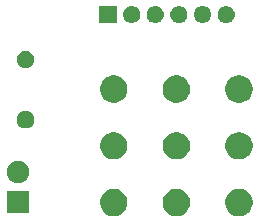
<source format=gbr>
G04 #@! TF.GenerationSoftware,KiCad,Pcbnew,(5.1.2-1)-1*
G04 #@! TF.CreationDate,2019-05-16T16:36:24-07:00*
G04 #@! TF.ProjectId,ButtonBoard,42757474-6f6e-4426-9f61-72642e6b6963,rev?*
G04 #@! TF.SameCoordinates,Original*
G04 #@! TF.FileFunction,Soldermask,Bot*
G04 #@! TF.FilePolarity,Negative*
%FSLAX46Y46*%
G04 Gerber Fmt 4.6, Leading zero omitted, Abs format (unit mm)*
G04 Created by KiCad (PCBNEW (5.1.2-1)-1) date 2019-05-16 16:36:24*
%MOMM*%
%LPD*%
G04 APERTURE LIST*
%ADD10C,0.100000*%
G04 APERTURE END LIST*
D10*
G36*
X93338651Y-63688616D02*
G01*
X93549940Y-63776135D01*
X93740095Y-63903192D01*
X93901808Y-64064905D01*
X94028865Y-64255060D01*
X94116384Y-64466349D01*
X94161000Y-64690651D01*
X94161000Y-64919349D01*
X94116384Y-65143651D01*
X94028865Y-65354940D01*
X93901808Y-65545095D01*
X93740095Y-65706808D01*
X93549940Y-65833865D01*
X93338651Y-65921384D01*
X93114349Y-65966000D01*
X92885651Y-65966000D01*
X92661349Y-65921384D01*
X92450060Y-65833865D01*
X92259905Y-65706808D01*
X92098192Y-65545095D01*
X91971135Y-65354940D01*
X91883616Y-65143651D01*
X91839000Y-64919349D01*
X91839000Y-64690651D01*
X91883616Y-64466349D01*
X91971135Y-64255060D01*
X92098192Y-64064905D01*
X92259905Y-63903192D01*
X92450060Y-63776135D01*
X92661349Y-63688616D01*
X92885651Y-63644000D01*
X93114349Y-63644000D01*
X93338651Y-63688616D01*
X93338651Y-63688616D01*
G37*
G36*
X88038651Y-63688616D02*
G01*
X88249940Y-63776135D01*
X88440095Y-63903192D01*
X88601808Y-64064905D01*
X88728865Y-64255060D01*
X88816384Y-64466349D01*
X88861000Y-64690651D01*
X88861000Y-64919349D01*
X88816384Y-65143651D01*
X88728865Y-65354940D01*
X88601808Y-65545095D01*
X88440095Y-65706808D01*
X88249940Y-65833865D01*
X88038651Y-65921384D01*
X87814349Y-65966000D01*
X87585651Y-65966000D01*
X87361349Y-65921384D01*
X87150060Y-65833865D01*
X86959905Y-65706808D01*
X86798192Y-65545095D01*
X86671135Y-65354940D01*
X86583616Y-65143651D01*
X86539000Y-64919349D01*
X86539000Y-64690651D01*
X86583616Y-64466349D01*
X86671135Y-64255060D01*
X86798192Y-64064905D01*
X86959905Y-63903192D01*
X87150060Y-63776135D01*
X87361349Y-63688616D01*
X87585651Y-63644000D01*
X87814349Y-63644000D01*
X88038651Y-63688616D01*
X88038651Y-63688616D01*
G37*
G36*
X82738651Y-63688616D02*
G01*
X82949940Y-63776135D01*
X83140095Y-63903192D01*
X83301808Y-64064905D01*
X83428865Y-64255060D01*
X83516384Y-64466349D01*
X83561000Y-64690651D01*
X83561000Y-64919349D01*
X83516384Y-65143651D01*
X83428865Y-65354940D01*
X83301808Y-65545095D01*
X83140095Y-65706808D01*
X82949940Y-65833865D01*
X82738651Y-65921384D01*
X82514349Y-65966000D01*
X82285651Y-65966000D01*
X82061349Y-65921384D01*
X81850060Y-65833865D01*
X81659905Y-65706808D01*
X81498192Y-65545095D01*
X81371135Y-65354940D01*
X81283616Y-65143651D01*
X81239000Y-64919349D01*
X81239000Y-64690651D01*
X81283616Y-64466349D01*
X81371135Y-64255060D01*
X81498192Y-64064905D01*
X81659905Y-63903192D01*
X81850060Y-63776135D01*
X82061349Y-63688616D01*
X82285651Y-63644000D01*
X82514349Y-63644000D01*
X82738651Y-63688616D01*
X82738651Y-63688616D01*
G37*
G36*
X75246000Y-65721000D02*
G01*
X73344000Y-65721000D01*
X73344000Y-63819000D01*
X75246000Y-63819000D01*
X75246000Y-65721000D01*
X75246000Y-65721000D01*
G37*
G36*
X74572395Y-61315546D02*
G01*
X74745466Y-61387234D01*
X74745467Y-61387235D01*
X74901227Y-61491310D01*
X75033690Y-61623773D01*
X75033691Y-61623775D01*
X75137766Y-61779534D01*
X75209454Y-61952605D01*
X75246000Y-62136333D01*
X75246000Y-62323667D01*
X75209454Y-62507395D01*
X75137766Y-62680466D01*
X75137765Y-62680467D01*
X75033690Y-62836227D01*
X74901227Y-62968690D01*
X74822818Y-63021081D01*
X74745466Y-63072766D01*
X74572395Y-63144454D01*
X74388667Y-63181000D01*
X74201333Y-63181000D01*
X74017605Y-63144454D01*
X73844534Y-63072766D01*
X73767182Y-63021081D01*
X73688773Y-62968690D01*
X73556310Y-62836227D01*
X73452235Y-62680467D01*
X73452234Y-62680466D01*
X73380546Y-62507395D01*
X73344000Y-62323667D01*
X73344000Y-62136333D01*
X73380546Y-61952605D01*
X73452234Y-61779534D01*
X73556309Y-61623775D01*
X73556310Y-61623773D01*
X73688773Y-61491310D01*
X73844533Y-61387235D01*
X73844534Y-61387234D01*
X74017605Y-61315546D01*
X74201333Y-61279000D01*
X74388667Y-61279000D01*
X74572395Y-61315546D01*
X74572395Y-61315546D01*
G37*
G36*
X82738651Y-58888616D02*
G01*
X82949940Y-58976135D01*
X83140095Y-59103192D01*
X83301808Y-59264905D01*
X83428865Y-59455060D01*
X83516384Y-59666349D01*
X83561000Y-59890651D01*
X83561000Y-60119349D01*
X83516384Y-60343651D01*
X83428865Y-60554940D01*
X83301808Y-60745095D01*
X83140095Y-60906808D01*
X82949940Y-61033865D01*
X82738651Y-61121384D01*
X82514349Y-61166000D01*
X82285651Y-61166000D01*
X82061349Y-61121384D01*
X81850060Y-61033865D01*
X81659905Y-60906808D01*
X81498192Y-60745095D01*
X81371135Y-60554940D01*
X81283616Y-60343651D01*
X81239000Y-60119349D01*
X81239000Y-59890651D01*
X81283616Y-59666349D01*
X81371135Y-59455060D01*
X81498192Y-59264905D01*
X81659905Y-59103192D01*
X81850060Y-58976135D01*
X82061349Y-58888616D01*
X82285651Y-58844000D01*
X82514349Y-58844000D01*
X82738651Y-58888616D01*
X82738651Y-58888616D01*
G37*
G36*
X93338651Y-58888616D02*
G01*
X93549940Y-58976135D01*
X93740095Y-59103192D01*
X93901808Y-59264905D01*
X94028865Y-59455060D01*
X94116384Y-59666349D01*
X94161000Y-59890651D01*
X94161000Y-60119349D01*
X94116384Y-60343651D01*
X94028865Y-60554940D01*
X93901808Y-60745095D01*
X93740095Y-60906808D01*
X93549940Y-61033865D01*
X93338651Y-61121384D01*
X93114349Y-61166000D01*
X92885651Y-61166000D01*
X92661349Y-61121384D01*
X92450060Y-61033865D01*
X92259905Y-60906808D01*
X92098192Y-60745095D01*
X91971135Y-60554940D01*
X91883616Y-60343651D01*
X91839000Y-60119349D01*
X91839000Y-59890651D01*
X91883616Y-59666349D01*
X91971135Y-59455060D01*
X92098192Y-59264905D01*
X92259905Y-59103192D01*
X92450060Y-58976135D01*
X92661349Y-58888616D01*
X92885651Y-58844000D01*
X93114349Y-58844000D01*
X93338651Y-58888616D01*
X93338651Y-58888616D01*
G37*
G36*
X88038651Y-58888616D02*
G01*
X88249940Y-58976135D01*
X88440095Y-59103192D01*
X88601808Y-59264905D01*
X88728865Y-59455060D01*
X88816384Y-59666349D01*
X88861000Y-59890651D01*
X88861000Y-60119349D01*
X88816384Y-60343651D01*
X88728865Y-60554940D01*
X88601808Y-60745095D01*
X88440095Y-60906808D01*
X88249940Y-61033865D01*
X88038651Y-61121384D01*
X87814349Y-61166000D01*
X87585651Y-61166000D01*
X87361349Y-61121384D01*
X87150060Y-61033865D01*
X86959905Y-60906808D01*
X86798192Y-60745095D01*
X86671135Y-60554940D01*
X86583616Y-60343651D01*
X86539000Y-60119349D01*
X86539000Y-59890651D01*
X86583616Y-59666349D01*
X86671135Y-59455060D01*
X86798192Y-59264905D01*
X86959905Y-59103192D01*
X87150060Y-58976135D01*
X87361349Y-58888616D01*
X87585651Y-58844000D01*
X87814349Y-58844000D01*
X88038651Y-58888616D01*
X88038651Y-58888616D01*
G37*
G36*
X75003665Y-57037622D02*
G01*
X75077222Y-57044867D01*
X75218786Y-57087810D01*
X75349252Y-57157546D01*
X75379040Y-57181992D01*
X75463607Y-57251393D01*
X75533008Y-57335960D01*
X75557454Y-57365748D01*
X75627190Y-57496214D01*
X75670133Y-57637778D01*
X75684633Y-57785000D01*
X75670133Y-57932222D01*
X75627190Y-58073786D01*
X75557454Y-58204252D01*
X75533008Y-58234040D01*
X75463607Y-58318607D01*
X75379040Y-58388008D01*
X75349252Y-58412454D01*
X75218786Y-58482190D01*
X75077222Y-58525133D01*
X75003665Y-58532378D01*
X74966888Y-58536000D01*
X74893112Y-58536000D01*
X74856335Y-58532378D01*
X74782778Y-58525133D01*
X74641214Y-58482190D01*
X74510748Y-58412454D01*
X74480960Y-58388008D01*
X74396393Y-58318607D01*
X74326992Y-58234040D01*
X74302546Y-58204252D01*
X74232810Y-58073786D01*
X74189867Y-57932222D01*
X74175367Y-57785000D01*
X74189867Y-57637778D01*
X74232810Y-57496214D01*
X74302546Y-57365748D01*
X74326992Y-57335960D01*
X74396393Y-57251393D01*
X74480960Y-57181992D01*
X74510748Y-57157546D01*
X74641214Y-57087810D01*
X74782778Y-57044867D01*
X74856335Y-57037622D01*
X74893112Y-57034000D01*
X74966888Y-57034000D01*
X75003665Y-57037622D01*
X75003665Y-57037622D01*
G37*
G36*
X93338651Y-54088616D02*
G01*
X93549940Y-54176135D01*
X93740095Y-54303192D01*
X93901808Y-54464905D01*
X94028865Y-54655060D01*
X94116384Y-54866349D01*
X94161000Y-55090651D01*
X94161000Y-55319349D01*
X94116384Y-55543651D01*
X94028865Y-55754940D01*
X93901808Y-55945095D01*
X93740095Y-56106808D01*
X93549940Y-56233865D01*
X93338651Y-56321384D01*
X93114349Y-56366000D01*
X92885651Y-56366000D01*
X92661349Y-56321384D01*
X92450060Y-56233865D01*
X92259905Y-56106808D01*
X92098192Y-55945095D01*
X91971135Y-55754940D01*
X91883616Y-55543651D01*
X91839000Y-55319349D01*
X91839000Y-55090651D01*
X91883616Y-54866349D01*
X91971135Y-54655060D01*
X92098192Y-54464905D01*
X92259905Y-54303192D01*
X92450060Y-54176135D01*
X92661349Y-54088616D01*
X92885651Y-54044000D01*
X93114349Y-54044000D01*
X93338651Y-54088616D01*
X93338651Y-54088616D01*
G37*
G36*
X88038651Y-54088616D02*
G01*
X88249940Y-54176135D01*
X88440095Y-54303192D01*
X88601808Y-54464905D01*
X88728865Y-54655060D01*
X88816384Y-54866349D01*
X88861000Y-55090651D01*
X88861000Y-55319349D01*
X88816384Y-55543651D01*
X88728865Y-55754940D01*
X88601808Y-55945095D01*
X88440095Y-56106808D01*
X88249940Y-56233865D01*
X88038651Y-56321384D01*
X87814349Y-56366000D01*
X87585651Y-56366000D01*
X87361349Y-56321384D01*
X87150060Y-56233865D01*
X86959905Y-56106808D01*
X86798192Y-55945095D01*
X86671135Y-55754940D01*
X86583616Y-55543651D01*
X86539000Y-55319349D01*
X86539000Y-55090651D01*
X86583616Y-54866349D01*
X86671135Y-54655060D01*
X86798192Y-54464905D01*
X86959905Y-54303192D01*
X87150060Y-54176135D01*
X87361349Y-54088616D01*
X87585651Y-54044000D01*
X87814349Y-54044000D01*
X88038651Y-54088616D01*
X88038651Y-54088616D01*
G37*
G36*
X82738651Y-54088616D02*
G01*
X82949940Y-54176135D01*
X83140095Y-54303192D01*
X83301808Y-54464905D01*
X83428865Y-54655060D01*
X83516384Y-54866349D01*
X83561000Y-55090651D01*
X83561000Y-55319349D01*
X83516384Y-55543651D01*
X83428865Y-55754940D01*
X83301808Y-55945095D01*
X83140095Y-56106808D01*
X82949940Y-56233865D01*
X82738651Y-56321384D01*
X82514349Y-56366000D01*
X82285651Y-56366000D01*
X82061349Y-56321384D01*
X81850060Y-56233865D01*
X81659905Y-56106808D01*
X81498192Y-55945095D01*
X81371135Y-55754940D01*
X81283616Y-55543651D01*
X81239000Y-55319349D01*
X81239000Y-55090651D01*
X81283616Y-54866349D01*
X81371135Y-54655060D01*
X81498192Y-54464905D01*
X81659905Y-54303192D01*
X81850060Y-54176135D01*
X82061349Y-54088616D01*
X82285651Y-54044000D01*
X82514349Y-54044000D01*
X82738651Y-54088616D01*
X82738651Y-54088616D01*
G37*
G36*
X75149059Y-51982860D02*
G01*
X75285732Y-52039472D01*
X75408735Y-52121660D01*
X75513340Y-52226265D01*
X75595528Y-52349268D01*
X75652140Y-52485941D01*
X75681000Y-52631033D01*
X75681000Y-52778967D01*
X75652140Y-52924059D01*
X75595528Y-53060732D01*
X75513340Y-53183735D01*
X75408735Y-53288340D01*
X75285732Y-53370528D01*
X75285731Y-53370529D01*
X75285730Y-53370529D01*
X75149059Y-53427140D01*
X75003968Y-53456000D01*
X74856032Y-53456000D01*
X74710941Y-53427140D01*
X74574270Y-53370529D01*
X74574269Y-53370529D01*
X74574268Y-53370528D01*
X74451265Y-53288340D01*
X74346660Y-53183735D01*
X74264472Y-53060732D01*
X74207860Y-52924059D01*
X74179000Y-52778967D01*
X74179000Y-52631033D01*
X74207860Y-52485941D01*
X74264472Y-52349268D01*
X74346660Y-52226265D01*
X74451265Y-52121660D01*
X74574268Y-52039472D01*
X74710941Y-51982860D01*
X74856032Y-51954000D01*
X75003968Y-51954000D01*
X75149059Y-51982860D01*
X75149059Y-51982860D01*
G37*
G36*
X82641000Y-49621000D02*
G01*
X81189000Y-49621000D01*
X81189000Y-48169000D01*
X82641000Y-48169000D01*
X82641000Y-49621000D01*
X82641000Y-49621000D01*
G37*
G36*
X83986213Y-48172502D02*
G01*
X84057321Y-48179505D01*
X84194172Y-48221019D01*
X84194175Y-48221020D01*
X84320294Y-48288432D01*
X84430843Y-48379157D01*
X84521568Y-48489706D01*
X84588980Y-48615825D01*
X84588981Y-48615828D01*
X84630495Y-48752679D01*
X84644512Y-48895000D01*
X84630495Y-49037321D01*
X84588981Y-49174172D01*
X84588980Y-49174175D01*
X84521568Y-49300294D01*
X84430843Y-49410843D01*
X84320294Y-49501568D01*
X84194175Y-49568980D01*
X84194172Y-49568981D01*
X84057321Y-49610495D01*
X83986213Y-49617498D01*
X83950660Y-49621000D01*
X83879340Y-49621000D01*
X83843787Y-49617498D01*
X83772679Y-49610495D01*
X83635828Y-49568981D01*
X83635825Y-49568980D01*
X83509706Y-49501568D01*
X83399157Y-49410843D01*
X83308432Y-49300294D01*
X83241020Y-49174175D01*
X83241019Y-49174172D01*
X83199505Y-49037321D01*
X83185488Y-48895000D01*
X83199505Y-48752679D01*
X83241019Y-48615828D01*
X83241020Y-48615825D01*
X83308432Y-48489706D01*
X83399157Y-48379157D01*
X83509706Y-48288432D01*
X83635825Y-48221020D01*
X83635828Y-48221019D01*
X83772679Y-48179505D01*
X83843787Y-48172502D01*
X83879340Y-48169000D01*
X83950660Y-48169000D01*
X83986213Y-48172502D01*
X83986213Y-48172502D01*
G37*
G36*
X85986213Y-48172502D02*
G01*
X86057321Y-48179505D01*
X86194172Y-48221019D01*
X86194175Y-48221020D01*
X86320294Y-48288432D01*
X86430843Y-48379157D01*
X86521568Y-48489706D01*
X86588980Y-48615825D01*
X86588981Y-48615828D01*
X86630495Y-48752679D01*
X86644512Y-48895000D01*
X86630495Y-49037321D01*
X86588981Y-49174172D01*
X86588980Y-49174175D01*
X86521568Y-49300294D01*
X86430843Y-49410843D01*
X86320294Y-49501568D01*
X86194175Y-49568980D01*
X86194172Y-49568981D01*
X86057321Y-49610495D01*
X85986213Y-49617498D01*
X85950660Y-49621000D01*
X85879340Y-49621000D01*
X85843787Y-49617498D01*
X85772679Y-49610495D01*
X85635828Y-49568981D01*
X85635825Y-49568980D01*
X85509706Y-49501568D01*
X85399157Y-49410843D01*
X85308432Y-49300294D01*
X85241020Y-49174175D01*
X85241019Y-49174172D01*
X85199505Y-49037321D01*
X85185488Y-48895000D01*
X85199505Y-48752679D01*
X85241019Y-48615828D01*
X85241020Y-48615825D01*
X85308432Y-48489706D01*
X85399157Y-48379157D01*
X85509706Y-48288432D01*
X85635825Y-48221020D01*
X85635828Y-48221019D01*
X85772679Y-48179505D01*
X85843787Y-48172502D01*
X85879340Y-48169000D01*
X85950660Y-48169000D01*
X85986213Y-48172502D01*
X85986213Y-48172502D01*
G37*
G36*
X87986213Y-48172502D02*
G01*
X88057321Y-48179505D01*
X88194172Y-48221019D01*
X88194175Y-48221020D01*
X88320294Y-48288432D01*
X88430843Y-48379157D01*
X88521568Y-48489706D01*
X88588980Y-48615825D01*
X88588981Y-48615828D01*
X88630495Y-48752679D01*
X88644512Y-48895000D01*
X88630495Y-49037321D01*
X88588981Y-49174172D01*
X88588980Y-49174175D01*
X88521568Y-49300294D01*
X88430843Y-49410843D01*
X88320294Y-49501568D01*
X88194175Y-49568980D01*
X88194172Y-49568981D01*
X88057321Y-49610495D01*
X87986213Y-49617498D01*
X87950660Y-49621000D01*
X87879340Y-49621000D01*
X87843787Y-49617498D01*
X87772679Y-49610495D01*
X87635828Y-49568981D01*
X87635825Y-49568980D01*
X87509706Y-49501568D01*
X87399157Y-49410843D01*
X87308432Y-49300294D01*
X87241020Y-49174175D01*
X87241019Y-49174172D01*
X87199505Y-49037321D01*
X87185488Y-48895000D01*
X87199505Y-48752679D01*
X87241019Y-48615828D01*
X87241020Y-48615825D01*
X87308432Y-48489706D01*
X87399157Y-48379157D01*
X87509706Y-48288432D01*
X87635825Y-48221020D01*
X87635828Y-48221019D01*
X87772679Y-48179505D01*
X87843787Y-48172502D01*
X87879340Y-48169000D01*
X87950660Y-48169000D01*
X87986213Y-48172502D01*
X87986213Y-48172502D01*
G37*
G36*
X89986213Y-48172502D02*
G01*
X90057321Y-48179505D01*
X90194172Y-48221019D01*
X90194175Y-48221020D01*
X90320294Y-48288432D01*
X90430843Y-48379157D01*
X90521568Y-48489706D01*
X90588980Y-48615825D01*
X90588981Y-48615828D01*
X90630495Y-48752679D01*
X90644512Y-48895000D01*
X90630495Y-49037321D01*
X90588981Y-49174172D01*
X90588980Y-49174175D01*
X90521568Y-49300294D01*
X90430843Y-49410843D01*
X90320294Y-49501568D01*
X90194175Y-49568980D01*
X90194172Y-49568981D01*
X90057321Y-49610495D01*
X89986213Y-49617498D01*
X89950660Y-49621000D01*
X89879340Y-49621000D01*
X89843787Y-49617498D01*
X89772679Y-49610495D01*
X89635828Y-49568981D01*
X89635825Y-49568980D01*
X89509706Y-49501568D01*
X89399157Y-49410843D01*
X89308432Y-49300294D01*
X89241020Y-49174175D01*
X89241019Y-49174172D01*
X89199505Y-49037321D01*
X89185488Y-48895000D01*
X89199505Y-48752679D01*
X89241019Y-48615828D01*
X89241020Y-48615825D01*
X89308432Y-48489706D01*
X89399157Y-48379157D01*
X89509706Y-48288432D01*
X89635825Y-48221020D01*
X89635828Y-48221019D01*
X89772679Y-48179505D01*
X89843787Y-48172502D01*
X89879340Y-48169000D01*
X89950660Y-48169000D01*
X89986213Y-48172502D01*
X89986213Y-48172502D01*
G37*
G36*
X91986213Y-48172502D02*
G01*
X92057321Y-48179505D01*
X92194172Y-48221019D01*
X92194175Y-48221020D01*
X92320294Y-48288432D01*
X92430843Y-48379157D01*
X92521568Y-48489706D01*
X92588980Y-48615825D01*
X92588981Y-48615828D01*
X92630495Y-48752679D01*
X92644512Y-48895000D01*
X92630495Y-49037321D01*
X92588981Y-49174172D01*
X92588980Y-49174175D01*
X92521568Y-49300294D01*
X92430843Y-49410843D01*
X92320294Y-49501568D01*
X92194175Y-49568980D01*
X92194172Y-49568981D01*
X92057321Y-49610495D01*
X91986213Y-49617498D01*
X91950660Y-49621000D01*
X91879340Y-49621000D01*
X91843787Y-49617498D01*
X91772679Y-49610495D01*
X91635828Y-49568981D01*
X91635825Y-49568980D01*
X91509706Y-49501568D01*
X91399157Y-49410843D01*
X91308432Y-49300294D01*
X91241020Y-49174175D01*
X91241019Y-49174172D01*
X91199505Y-49037321D01*
X91185488Y-48895000D01*
X91199505Y-48752679D01*
X91241019Y-48615828D01*
X91241020Y-48615825D01*
X91308432Y-48489706D01*
X91399157Y-48379157D01*
X91509706Y-48288432D01*
X91635825Y-48221020D01*
X91635828Y-48221019D01*
X91772679Y-48179505D01*
X91843787Y-48172502D01*
X91879340Y-48169000D01*
X91950660Y-48169000D01*
X91986213Y-48172502D01*
X91986213Y-48172502D01*
G37*
M02*

</source>
